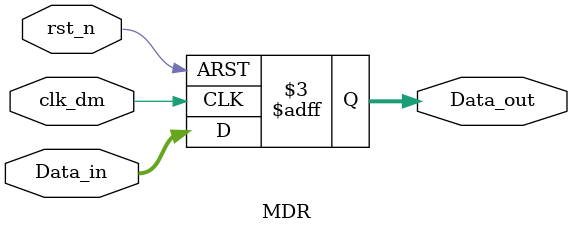
<source format=v>
`timescale 1ns / 1ps


module MDR(
    input rst_n,
    input clk_dm,
    input [31:0]Data_in,
    output reg [31:0]Data_out
    );
    always @(negedge rst_n or posedge clk_dm)
        begin
            if(!rst_n)
                Data_out <= 32'b0;
            else
                Data_out <= Data_in;
        end 
endmodule


</source>
